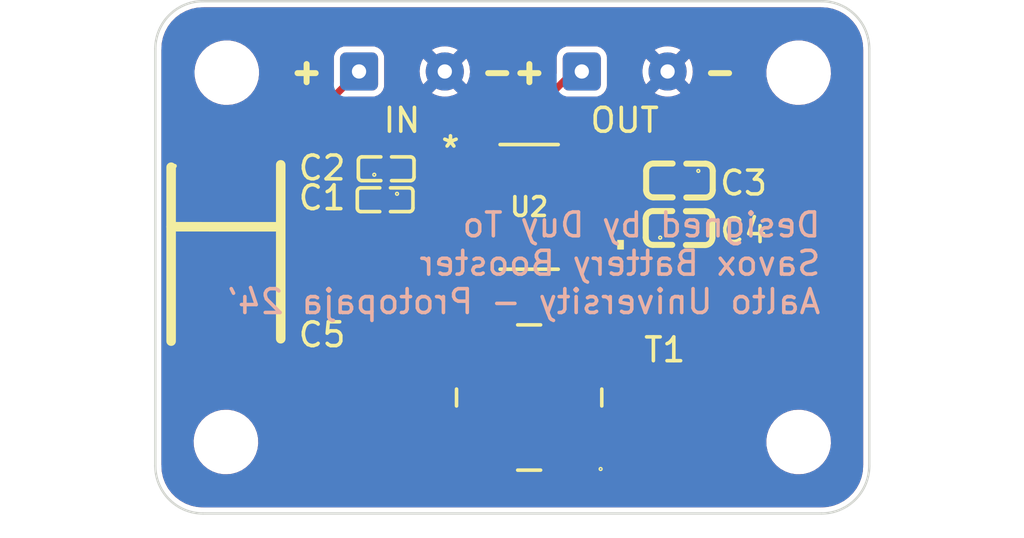
<source format=kicad_pcb>
(kicad_pcb (version 20211014) (generator pcbnew)
  (layers (0 "F.Cu" signal) (31 "B.Cu" power) (34 "B.Paste" user) (35 "F.Paste" user) (36 "B.SilkS" user "B.Silkscreen") (37 "F.SilkS" user "F.Silkscreen") (38 "B.Mask" user) (39 "F.Mask" user) (44 "Edge.Cuts" user))
  (net 0 "")
  (net 1 "DC-")
  (net 2 "Vout")
  (net 3 "Net-(C2-Pad2)")
  (net 4 "Net-(C3-Pad2)")
  (net 5 "C1")
  (net 6 "C2")
  (net 7 "DC+")
  (net 8 "SW")
  (footprint "LTC3108IGN_PBF:SSOP-16_GW" (layer "F.Cu") (at 121.411608 87.11684)
    (fp_text reference "U2" (at 0 0) (layer "F.SilkS") (effects (font (size 0.787402 0.787402))))
    (fp_text value "LTC3108IGN_PBF")
    (fp_text user "*" (at -3.302 -2.4384) (layer "F.SilkS"))
    (fp_line (start -1.2192 2.6162) (end 1.2192 2.6162) (layer "F.SilkS") (width 0.1524))
    (fp_line (start 1.2192 -2.6162) (end -1.2192 -2.6162) (layer "F.SilkS") (width 0.1524))
    (fp_poly (pts (xy 3.9624 1.397) (xy 3.9624 1.778) (xy 3.7084 1.778) (xy 3.7084 1.397)) (layer "F.SilkS") (width 0.0254) (fill solid))
    (pad "1" smd rect locked (at -2.4638 -2.2225) (size 1.9812 0.3556) (layers "F.Cu" "F.Paste" "F.Mask") (net 1 "DC-"))
    (pad "2" smd rect locked (at -2.4638 -1.5875) (size 1.9812 0.3556) (layers "F.Cu" "F.Paste" "F.Mask") (net 3 "Net-(C2-Pad2)"))
    (pad "3" smd rect locked (at -2.4638 -0.9525) (size 1.9812 0.3556) (layers "F.Cu" "F.Paste" "F.Mask"))
    (pad "4" smd rect locked (at -2.4638 -0.3175) (size 1.9812 0.3556) (layers "F.Cu" "F.Paste" "F.Mask") (net 2 "Vout"))
    (pad "5" smd rect locked (at -2.4638 0.3175) (size 1.9812 0.3556) (layers "F.Cu" "F.Paste" "F.Mask"))
    (pad "6" smd rect locked (at -2.4638 0.9525) (size 1.9812 0.3556) (layers "F.Cu" "F.Paste" "F.Mask") (net 3 "Net-(C2-Pad2)"))
    (pad "7" smd rect locked (at -2.4638 1.5875) (size 1.9812 0.3556) (layers "F.Cu" "F.Paste" "F.Mask"))
    (pad "8" smd rect locked (at -2.4638 2.2225) (size 1.9812 0.3556) (layers "F.Cu" "F.Paste" "F.Mask") (net 1 "DC-"))
    (pad "9" smd rect locked (at 2.4638 2.2225) (size 1.9812 0.3556) (layers "F.Cu" "F.Paste" "F.Mask") (net 1 "DC-"))
    (pad "10" smd rect locked (at 2.4638 1.5875) (size 1.9812 0.3556) (layers "F.Cu" "F.Paste" "F.Mask") (net 1 "DC-"))
    (pad "11" smd rect locked (at 2.4638 0.9525) (size 1.9812 0.3556) (layers "F.Cu" "F.Paste" "F.Mask") (net 1 "DC-"))
    (pad "12" smd rect locked (at 2.4638 0.3175) (size 1.9812 0.3556) (layers "F.Cu" "F.Paste" "F.Mask"))
    (pad "13" smd rect locked (at 2.4638 -0.3175) (size 1.9812 0.3556) (layers "F.Cu" "F.Paste" "F.Mask") (net 5 "C1"))
    (pad "14" smd rect locked (at 2.4638 -0.9525) (size 1.9812 0.3556) (layers "F.Cu" "F.Paste" "F.Mask") (net 6 "C2"))
    (pad "15" smd rect locked (at 2.4638 -1.5875) (size 1.9812 0.3556) (layers "F.Cu" "F.Paste" "F.Mask") (net 8 "SW"))
    (pad "16" smd rect locked (at 2.4638 -2.2225) (size 1.9812 0.3556) (layers "F.Cu" "F.Paste" "F.Mask") (net 1 "DC-"))
  )
  (footprint "Thermal:C0402" (layer "F.Cu") (at 115.366523 86.81684 180)
    (fp_text reference "C1" (at 2.644971 0.08316) (layer "F.SilkS"))
    (fp_text value "10u")
    (fp_line (start -1.168707 0.346203) (end -1.168707 -0.346203) (layer "F.SilkS") (width 0.1524))
    (fp_line (start -1.016307 -0.498603) (end -0.226213 -0.498603) (layer "F.SilkS") (width 0.1524))
    (fp_line (start 1.168707 0.346203) (end 1.168707 -0.346203) (layer "F.SilkS") (width 0.1524))
    (fp_line (start 1.016307 -0.498603) (end 0.226213 -0.498603) (layer "F.SilkS") (width 0.1524))
    (fp_line (start -0.226213 0.498603) (end -1.016307 0.498603) (layer "F.SilkS") (width 0.1524))
    (fp_line (start 0.226213 0.498603) (end 1.016307 0.498603) (layer "F.SilkS") (width 0.1524))
    (fp_arc (start 1.168707 0.346203) (mid 1.124069 0.453967) (end 1.016307 0.498603) (layer "F.SilkS") (width 0.1524))
    (fp_arc (start 1.016307 -0.498603) (mid 1.124067 -0.453964) (end 1.168707 -0.346203) (layer "F.SilkS") (width 0.1524))
    (fp_arc (start -1.168707 -0.346203) (mid -1.12407 -0.453966) (end -1.016307 -0.498603) (layer "F.SilkS") (width 0.1524))
    (fp_arc (start -1.016307 0.498603) (mid -1.12407 0.453966) (end -1.168707 0.346203) (layer "F.SilkS") (width 0.1524))
    (fp_circle (center -0.5 0.250013) (end -0.470003 0.250013) (layer "F.SilkS") (width 0.059995) (fill none))
    (pad "1" smd rect locked (at -0.545085 0 180) (size 0.790094 0.540005) (layers "F.Cu" "F.Paste" "F.Mask") (net 2 "Vout"))
    (pad "2" smd rect locked (at 0.545085 0 180) (size 0.790094 0.540005) (layers "F.Cu" "F.Paste" "F.Mask") (net 1 "DC-"))
  )
  (footprint "Connector_Wire:SolderWire-0.1sqmm_1x02_P3.6mm_D0.4mm_OD1mm" (layer "F.Cu") (at 123.621552 81.43368)
    (fp_text reference "OUT" (at 1.8 2.05) (layer "F.SilkS"))
    (fp_text value "Output")
    (pad "1" thru_hole roundrect (at 0 0) (size 1.6 1.6) (drill 0.6) (layers *.Cu *.Mask) (roundrect_rratio 0.15625) (net 2 "Vout"))
    (pad "2" thru_hole circle (at 3.6 0) (size 1.6 1.6) (drill 0.6) (layers *.Cu *.Mask) (net 1 "DC-"))
  )
  (footprint "Thermal:C0603" (layer "F.Cu") (at 127.711583 88.007416)
    (fp_text reference "C3" (at 2.700025 -1.890576) (layer "F.SilkS"))
    (fp_text value "4.7n")
    (fp_line (start 0.280264 -0.709627) (end 1.080239 -0.709627) (layer "F.SilkS") (width 0.254001))
    (fp_line (start -1.405461 -0.405613) (end -1.405461 0.394361) (layer "F.SilkS") (width 0.254001))
    (fp_line (start 1.390018 -0.399771) (end 1.390018 0.400254) (layer "F.SilkS") (width 0.254001))
    (fp_line (start -0.295631 -0.715443) (end -1.095631 -0.715443) (layer "F.SilkS") (width 0.254001))
    (fp_line (start 0.280264 0.710033) (end 1.080239 0.710033) (layer "F.SilkS") (width 0.254001))
    (fp_line (start -0.295631 0.704166) (end -1.095631 0.704166) (layer "F.SilkS") (width 0.254001))
    (fp_arc (start -1.405512 -0.405613) (mid -1.314765 -0.624696) (end -1.095682 -0.715443) (layer "F.SilkS") (width 0.254001))
    (fp_arc (start 1.390018 0.400203) (mid 1.299267 0.61928) (end 1.080188 0.710033) (layer "F.SilkS") (width 0.254001))
    (fp_arc (start 1.080188 -0.709627) (mid 1.299286 -0.618875) (end 1.390018 -0.399772) (layer "F.SilkS") (width 0.254001))
    (fp_arc (start -1.095682 0.704216) (mid -1.314773 0.61346) (end -1.405511 0.394362) (layer "F.SilkS") (width 0.254001))
    (fp_circle (center -0.800102 0.400051) (end -0.77013 0.400051) (layer "F.SilkS") (width 0.059995) (fill none))
    (pad "1" smd rect locked (at -0.700025 0) (size 0.8 0.9) (layers "F.Cu" "F.Paste" "F.Mask") (net 5 "C1"))
    (pad "2" smd rect locked (at 0.700025 0) (size 0.8 0.9) (layers "F.Cu" "F.Paste" "F.Mask") (net 4 "Net-(C3-Pad2)"))
  )
  (footprint "Connector_Wire:SolderWire-0.1sqmm_1x02_P3.6mm_D0.4mm_OD1mm" (layer "F.Cu") (at 114.271552 81.43368)
    (fp_text reference "IN" (at 1.8 2.05) (layer "F.SilkS"))
    (fp_text value "Energy Generator Connection")
    (pad "1" thru_hole roundrect (at 0 0) (size 1.6 1.6) (drill 0.6) (layers *.Cu *.Mask) (roundrect_rratio 0.15625) (net 7 "DC+"))
    (pad "2" thru_hole circle (at 3.6 0) (size 1.6 1.6) (drill 0.6) (layers *.Cu *.Mask) (net 1 "DC-"))
  )
  (footprint "Thermal:C0402" (layer "F.Cu") (at 115.411608 85.51684)
    (fp_text reference "C2" (at -2.690056 -0.03316) (layer "F.SilkS"))
    (fp_text value "1u")
    (fp_line (start 1.016307 -0.498603) (end 0.226213 -0.498603) (layer "F.SilkS") (width 0.1524))
    (fp_line (start -0.226213 0.498603) (end -1.016307 0.498603) (layer "F.SilkS") (width 0.1524))
    (fp_line (start 0.226213 0.498603) (end 1.016307 0.498603) (layer "F.SilkS") (width 0.1524))
    (fp_line (start 1.168707 0.346203) (end 1.168707 -0.346203) (layer "F.SilkS") (width 0.1524))
    (fp_line (start -1.016307 -0.498603) (end -0.226213 -0.498603) (layer "F.SilkS") (width 0.1524))
    (fp_line (start -1.168707 0.346203) (end -1.168707 -0.346203) (layer "F.SilkS") (width 0.1524))
    (fp_arc (start 1.016307 -0.498603) (mid 1.124067 -0.453964) (end 1.168707 -0.346203) (layer "F.SilkS") (width 0.1524))
    (fp_arc (start -1.168707 -0.346203) (mid -1.12407 -0.453966) (end -1.016307 -0.498603) (layer "F.SilkS") (width 0.1524))
    (fp_arc (start -1.016307 0.498603) (mid -1.12407 0.453966) (end -1.168707 0.346203) (layer "F.SilkS") (width 0.1524))
    (fp_arc (start 1.168707 0.346203) (mid 1.124069 0.453967) (end 1.016307 0.498603) (layer "F.SilkS") (width 0.1524))
    (fp_circle (center -0.5 0.250013) (end -0.470003 0.250013) (layer "F.SilkS") (width 0.059995) (fill none))
    (pad "1" smd rect locked (at -0.545085 0) (size 0.790094 0.540005) (layers "F.Cu" "F.Paste" "F.Mask") (net 1 "DC-"))
    (pad "2" smd rect locked (at 0.545085 0) (size 0.790094 0.540005) (layers "F.Cu" "F.Paste" "F.Mask") (net 3 "Net-(C2-Pad2)"))
  )
  (footprint "Thermal:XFMR-SMD_LPR6235-752SML" (layer "F.Cu") (at 121.411608 95.11684 180)
    (fp_text reference "T1" (at -5.690056 2) (layer "F.SilkS"))
    (fp_text value "1:50")
    (fp_line (start 3.048006 -0.353899) (end 3.048006 0.353899) (layer "F.SilkS") (width 0.150013))
    (fp_line (start -3.048006 -0.353823) (end -3.048006 0.353899) (layer "F.SilkS") (width 0.150013))
    (fp_line (start -0.480874 -3.048006) (end 0.480899 -3.048006) (layer "F.SilkS") (width 0.150013))
    (fp_line (start -0.480823 3.048006) (end 0.480874 3.048006) (layer "F.SilkS") (width 0.150013))
    (fp_circle (center -3 -3) (end -2.970028 -3) (layer "F.SilkS") (width 0.059995) (fill none))
    (pad "1" smd rect locked (at -2.059944 -1.882906 180) (size 2.8 2.7) (layers "F.Cu" "F.Paste" "F.Mask") (net 8 "SW"))
    (pad "2" smd rect locked (at -2.059944 1.88316 180) (size 2.8 2.7) (layers "F.Cu" "F.Paste" "F.Mask") (net 7 "DC+"))
    (pad "3" smd rect locked (at 2.059944 1.88316 180) (size 2.8 2.7) (layers "F.Cu" "F.Paste" "F.Mask") (net 4 "Net-(C3-Pad2)"))
    (pad "4" smd rect locked (at 2.059944 -1.88316 180) (size 2.8 2.7) (layers "F.Cu" "F.Paste" "F.Mask") (net 1 "DC-"))
  )
  (footprint "MountingHole:MountingHole_2.2mm_M2" (layer "F.Cu") (at 108.721552 81.48368)
    (fp_text reference "REF**" hide)
    (fp_text value "MountingHole_2.2mm_M2")
    (pad "" np_thru_hole circle (at 0 0) (size 2.2 2.2) (drill 2.2) (layers *.Cu *.Mask))
    (pad "" np_thru_hole circle (at 0 0) (size 2.2 2.2) (drill 2.2) (layers *.Cu *.Mask))
  )
  (footprint "MountingHole:MountingHole_2.2mm_M2" (layer "F.Cu") (at 132.721552 81.48368)
    (fp_text reference "REF**" hide)
    (fp_text value "MountingHole_2.2mm_M2")
    (pad "" np_thru_hole circle (at 0 0) (size 2.2 2.2) (drill 2.2) (layers *.Cu *.Mask))
    (pad "" np_thru_hole circle (at 0 0) (size 2.2 2.2) (drill 2.2) (layers *.Cu *.Mask))
  )
  (footprint "MountingHole:MountingHole_2.2mm_M2" (layer "F.Cu") (at 108.685352 96.98368)
    (fp_text reference "REF**" hide)
    (fp_text value "MountingHole_2.2mm_M2")
    (pad "" np_thru_hole circle (at 0 0) (size 2.2 2.2) (drill 2.2) (layers *.Cu *.Mask))
    (pad "" np_thru_hole circle (at 0 0) (size 2.2 2.2) (drill 2.2) (layers *.Cu *.Mask))
  )
  (footprint "Thermal:CASE-D_7343" (layer "F.Cu") (at 108.685352 89.05118 90)
    (fp_text reference "C5" (at -3.4325 4.0362 180) (layer "F.SilkS"))
    (fp_text value "220u")
    (fp_line (start 3.7 2.3) (end -3.6 2.3) (layer "F.SilkS") (width 0.4))
    (fp_line (start -3.7 -2.3) (end 3.6 -2.3) (layer "F.SilkS") (width 0.4))
    (fp_line (start 1.1 2.3) (end 1.10127 -2.3) (layer "F.SilkS") (width 0.4))
    (fp_circle (center 3.650013 -2.150013) (end 3.68001 -2.150013) (layer "F.SilkS") (width 0.059995) (fill none))
    (pad "1" smd rect locked (at 3 0 270) (size 2.799086 3.009906) (layers "F.Cu" "F.Paste" "F.Mask") (net 7 "DC+"))
    (pad "2" smd rect locked (at -3 0 270) (size 2.799086 3.009906) (layers "F.Cu" "F.Paste" "F.Mask") (net 1 "DC-"))
  )
  (footprint "MountingHole:MountingHole_2.2mm_M2" (layer "F.Cu") (at 132.721552 96.98368)
    (fp_text reference "REF**" hide)
    (fp_text value "MountingHole_2.2mm_M2")
    (pad "" np_thru_hole circle (at 0 0) (size 2.2 2.2) (drill 2.2) (layers *.Cu *.Mask))
    (pad "" np_thru_hole circle (at 0 0) (size 2.2 2.2) (drill 2.2) (layers *.Cu *.Mask))
  )
  (footprint "Thermal:C0603" (layer "F.Cu") (at 127.711583 86.007416 180)
    (fp_text reference "C4" (at -2.700025 -2.109424) (layer "F.SilkS"))
    (fp_text value "330p")
    (fp_line (start -0.295631 0.704166) (end -1.095631 0.704166) (layer "F.SilkS") (width 0.254001))
    (fp_line (start -1.405461 -0.405613) (end -1.405461 0.394361) (layer "F.SilkS") (width 0.254001))
    (fp_line (start 1.390018 -0.399771) (end 1.390018 0.400254) (layer "F.SilkS") (width 0.254001))
    (fp_line (start -0.295631 -0.715443) (end -1.095631 -0.715443) (layer "F.SilkS") (width 0.254001))
    (fp_line (start 0.280264 -0.709627) (end 1.080239 -0.709627) (layer "F.SilkS") (width 0.254001))
    (fp_line (start 0.280264 0.710033) (end 1.080239 0.710033) (layer "F.SilkS") (width 0.254001))
    (fp_arc (start -1.405512 -0.405613) (mid -1.314765 -0.624696) (end -1.095682 -0.715443) (layer "F.SilkS") (width 0.254001))
    (fp_arc (start -1.095682 0.704216) (mid -1.314773 0.61346) (end -1.405511 0.394362) (layer "F.SilkS") (width 0.254001))
    (fp_arc (start 1.390018 0.400203) (mid 1.299267 0.61928) (end 1.080188 0.710033) (layer "F.SilkS") (width 0.254001))
    (fp_arc (start 1.080188 -0.709627) (mid 1.299286 -0.618875) (end 1.390018 -0.399772) (layer "F.SilkS") (width 0.254001))
    (fp_circle (center -0.800102 0.400051) (end -0.77013 0.400051) (layer "F.SilkS") (width 0.059995) (fill none))
    (pad "1" smd rect locked (at -0.700025 0 180) (size 0.8 0.9) (layers "F.Cu" "F.Paste" "F.Mask") (net 4 "Net-(C3-Pad2)"))
    (pad "2" smd rect locked (at 0.700025 0 180) (size 0.8 0.9) (layers "F.Cu" "F.Paste" "F.Mask") (net 6 "C2"))
  )
  (gr_line (start 135.685352 97.98368) (end 135.685352 80.48368) (layer "Edge.Cuts") (width 0.1))
  (gr_arc (start 133.685352 78.48368) (mid 135.099566 79.069466) (end 135.685352 80.48368) (layer "Edge.Cuts") (width 0.1))
  (gr_arc (start 105.721552 80.48368) (mid 106.307338 79.069466) (end 107.721552 78.48368) (layer "Edge.Cuts") (width 0.1))
  (gr_arc (start 107.721552 99.98368) (mid 106.307338 99.397894) (end 105.721552 97.98368) (layer "Edge.Cuts") (width 0.1))
  (gr_line (start 133.685352 99.98368) (end 107.721552 99.98368) (layer "Edge.Cuts") (width 0.1))
  (gr_line (start 105.721552 97.98368) (end 105.721552 80.48368) (layer "Edge.Cuts") (width 0.1))
  (gr_arc (start 135.685352 97.98368) (mid 135.099566 99.397894) (end 133.685352 99.98368) (layer "Edge.Cuts") (width 0.1))
  (gr_line (start 107.721552 78.48368) (end 133.685352 78.48368) (layer "Edge.Cuts") (width 0.1))
  (gr_text "Designed by Duy To\nSavox Battery Booster\nAalto University - Protopaja 24'" (at 133.721552 89.48368) (layer "B.SilkS") (effects (font (size 1 1)) (justify left mirror)))
  (gr_text "-" (at 129.421552 81.43368) (layer "F.SilkS") (effects (font (size 1 1) (thickness 0.25)) (justify mirror)))
  (gr_text "+" (at 121.421552 81.43368) (layer "F.SilkS") (effects (font (size 1 1) (thickness 0.25)) (justify mirror)))
  (gr_text "+" (at 112.071552 81.43368) (layer "F.SilkS") (effects (font (size 1 1) (thickness 0.25)) (justify mirror)))
  (gr_text "-" (at 120.071552 81.43368) (layer "F.SilkS") (effects (font (size 1 1) (thickness 0.25)) (justify mirror)))
  (segment (start 115.311608 88.21684) (end 115.911608 87.61684) (width 0.3) (layer "F.Cu") (net 2))
  (segment (start 115.929108 86.79934) (end 115.911608 86.81684) (width 0.3) (layer "F.Cu") (net 2))
  (segment (start 113.221552 87.126784) (end 114.311608 88.21684) (width 0.3) (layer "F.Cu") (net 2))
  (segment (start 118.947808 86.79934) (end 115.929108 86.79934) (width 0.3) (layer "F.Cu") (net 2))
  (segment (start 114.221552 83.48368) (end 113.221552 84.48368) (width 0.3) (layer "F.Cu") (net 2))
  (segment (start 115.911608 87.61684) (end 115.911608 86.81684) (width 0.3) (layer "F.Cu") (net 2))
  (segment (start 121.221552 83.48368) (end 114.221552 83.48368) (width 0.3) (layer "F.Cu") (net 2))
  (segment (start 113.221552 84.48368) (end 113.221552 87.126784) (width 0.3) (layer "F.Cu") (net 2))
  (segment (start 114.311608 88.21684) (end 115.311608 88.21684) (width 0.3) (layer "F.Cu") (net 2))
  (segment (start 123.271552 81.43368) (end 121.221552 83.48368) (width 0.3) (layer "F.Cu") (net 2))
  (segment (start 123.621552 81.43368) (end 123.271552 81.43368) (width 0.3) (layer "F.Cu") (net 2))
  (segment (start 120.238408 85.52934) (end 120.811608 86.10254) (width 0.3) (layer "F.Cu") (net 3))
  (segment (start 120.811608 87.49614) (end 120.238408 88.06934) (width 0.3) (layer "F.Cu") (net 3))
  (segment (start 120.811608 86.10254) (end 120.811608 87.49614) (width 0.3) (layer "F.Cu") (net 3))
  (segment (start 118.947808 85.52934) (end 120.238408 85.52934) (width 0.3) (layer "F.Cu") (net 3))
  (segment (start 118.947808 85.52934) (end 115.969193 85.52934) (width 0.3) (layer "F.Cu") (net 3))
  (segment (start 120.238408 88.06934) (end 118.947808 88.06934) (width 0.3) (layer "F.Cu") (net 3))
  (segment (start 115.969193 85.52934) (end 115.956693 85.51684) (width 0.3) (layer "F.Cu") (net 3))
  (segment (start 128.411608 90.11684) (end 128.411608 88.007416) (width 0.3) (layer "F.Cu") (net 4))
  (segment (start 119.351664 92.176784) (end 120.411608 91.11684) (width 0.3) (layer "F.Cu") (net 4))
  (segment (start 127.411608 91.11684) (end 128.411608 90.11684) (width 0.3) (layer "F.Cu") (net 4))
  (segment (start 128.411608 86.007416) (end 128.411608 88.007416) (width 0.3) (layer "F.Cu") (net 4))
  (segment (start 120.411608 91.11684) (end 127.411608 91.11684) (width 0.3) (layer "F.Cu") (net 4))
  (segment (start 119.351664 93.233934) (end 119.351664 92.176784) (width 0.3) (layer "F.Cu") (net 4))
  (segment (start 125.803482 86.79934) (end 127.011558 88.007416) (width 0.3) (layer "F.Cu") (net 5))
  (segment (start 123.875408 86.79934) (end 125.803482 86.79934) (width 0.3) (layer "F.Cu") (net 5))
  (segment (start 123.875408 86.16434) (end 126.854634 86.16434) (width 0.3) (layer "F.Cu") (net 6))
  (segment (start 126.854634 86.16434) (end 127.011558 86.007416) (width 0.3) (layer "F.Cu") (net 6))
  (segment (start 108.685352 86.05118) (end 112.154052 86.05118) (width 0.3) (layer "F.Cu") (net 7))
  (segment (start 112.154052 86.05118) (end 112.221552 85.98368) (width 0.3) (layer "F.Cu") (net 7))
  (segment (start 117.78457 95.11684) (end 112.221552 89.553822) (width 0.3) (layer "F.Cu") (net 7))
  (segment (start 112.221552 89.553822) (end 112.221552 85.98368) (width 0.3) (layer "F.Cu") (net 7))
  (segment (start 112.221552 83.48368) (end 114.271552 81.43368) (width 0.3) (layer "F.Cu") (net 7))
  (segment (start 123.471552 93.23368) (end 121.588392 95.11684) (width 0.3) (layer "F.Cu") (net 7))
  (segment (start 121.588392 95.11684) (end 117.78457 95.11684) (width 0.3) (layer "F.Cu") (net 7))
  (segment (start 112.221552 85.98368) (end 112.221552 83.48368) (width 0.3) (layer "F.Cu") (net 7))
  (segment (start 131.411608 85.11684) (end 130.411608 84.11684) (width 0.3) (layer "F.Cu") (net 8))
  (segment (start 125.528448 97) (end 131.411608 91.11684) (width 0.3) (layer "F.Cu") (net 8))
  (segment (start 123.471552 97) (end 125.528448 97) (width 0.3) (layer "F.Cu") (net 8))
  (segment (start 130.411608 84.11684) (end 126.411608 84.11684) (width 0.3) (layer "F.Cu") (net 8))
  (segment (start 126.411608 84.11684) (end 124.999108 85.52934) (width 0.3) (layer "F.Cu") (net 8))
  (segment (start 131.411608 91.11684) (end 131.411608 85.11684) (width 0.3) (layer "F.Cu") (net 8))
  (segment (start 124.999108 85.52934) (end 123.875408 85.52934) (width 0.3) (layer "F.Cu") (net 8))
  (zone (net 1) (net_name "DC-") (layers F&B.Cu) (connect_pads (clearance 0.254)) (min_thickness 0.254) (fill yes (thermal_gap 0.254) (thermal_bridge_width 0.508))
    (polygon (pts (xy 135.721552 99.98368) (xy 105.721552 99.98368) (xy 105.721552 78.48368) (xy 135.721552 78.48368)))
  )
)
</source>
